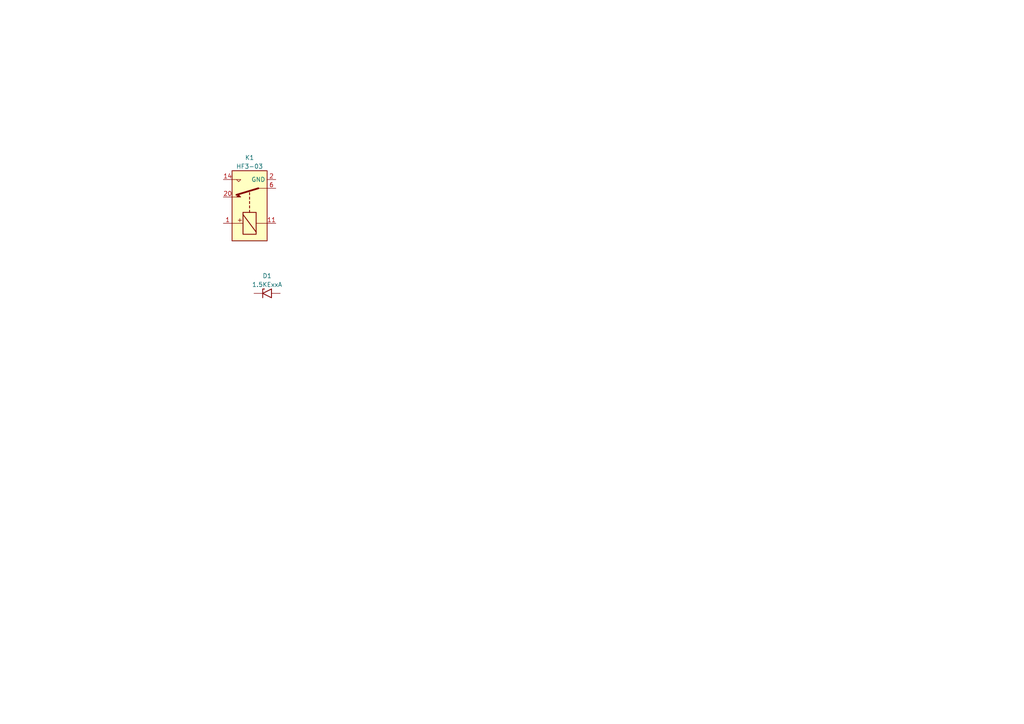
<source format=kicad_sch>
(kicad_sch (version 20230121) (generator eeschema)
  (paper "A4")
  (lib_symbols
    (symbol "Diode:1.5KExxA" (pin_numbers hide) (pin_names (offset 1.016) hide)
      (property "Reference" "D" (at 0 2.54 0))
      (property "Value" "1.5KExxA" (at 0 -2.54 0))
      (symbol "1.5KExxA_0_1"
        (polyline (pts (xy -0.762 1.27) (xy -1.27 1.27) (xy -1.27 -1.27)) (stroke (width 0.254)))
        (polyline (pts (xy 1.27 1.27) (xy 1.27 -1.27) (xy -1.27 0) (xy 1.27 1.27)) (stroke (width 0.254)))
      )
      (symbol "1.5KExxA_1_1"
        (pin passive line (at -3.81 0 0) (length 2.54) (name "A1") (number "1"))
        (pin passive line (at 3.81 0 180) (length 2.54) (name "A2") (number "2"))
      )
    )
    (symbol "Relay:HF3-03"
      (property "Reference" "K" (at 11.43 3.81 0))
      (property "Value" "HF3-03" (at 11.43 1.27 0))
      (symbol "HF3-03_0_0"
        (polyline (pts (xy 7.62 5.08) (xy 7.62 2.54) (xy 6.985 3.175) (xy 7.62 3.81)))
        (text "+" (at -4.191 2.921 0) (effects (font (size 1.27 1.27))))
      )
      (symbol "HF3-03_0_1"
        (rectangle (start -10.16 5.08) (end 10.16 -5.08) (stroke (width 0.254)) (fill (type background)))
        (rectangle (start -8.255 1.905) (end -1.905 -1.905) (stroke (width 0.254)))
        (polyline (pts (xy -7.62 -1.905) (xy -2.54 1.905)) (stroke (width 0.254)))
        (polyline (pts (xy -5.08 -5.08) (xy -5.08 -1.905)))
        (polyline (pts (xy -5.08 5.08) (xy -5.08 1.905)))
        (polyline (pts (xy -1.905 0) (xy -1.27 0)) (stroke (width 0.254)))
        (polyline (pts (xy -0.635 0) (xy 0 0)) (stroke (width 0.254)))
        (polyline (pts (xy 0.635 0) (xy 1.27 0)) (stroke (width 0.254)))
        (polyline (pts (xy 1.905 0) (xy 2.54 0)) (stroke (width 0.254)))
        (polyline (pts (xy 3.175 0) (xy 3.81 0)) (stroke (width 0.254)))
        (polyline (pts (xy 5.08 -2.54) (xy 3.175 3.81)) (stroke (width 0.508)))
        (polyline (pts (xy 5.08 -2.54) (xy 5.08 -5.08)))
        (polyline (pts (xy 2.54 5.08) (xy 2.54 2.54) (xy 3.175 3.175) (xy 2.54 3.81)) (fill (type outline)))
      )
      (symbol "HF3-03_1_1"
        (pin passive line (at -5.08 7.62 270) (length 2.54) (name "~") (number "1"))
        (pin passive line (at 7.62 -7.62 90) (length 2.54) hide (name "GND") (number "10"))
        (pin passive line (at -5.08 -7.62 90) (length 2.54) (name "~") (number "11"))
        (pin passive line (at 7.62 -7.62 90) (length 2.54) hide (name "GND") (number "12"))
        (pin passive line (at 7.62 -7.62 90) (length 2.54) hide (name "GND") (number "13"))
        (pin passive line (at 7.62 7.62 270) (length 2.54) (name "~") (number "14"))
        (pin passive line (at 7.62 -7.62 90) (length 2.54) hide (name "GND") (number "15"))
        (pin passive line (at 7.62 -7.62 90) (length 2.54) hide (name "GND") (number "17"))
        (pin passive line (at 7.62 -7.62 90) (length 2.54) hide (name "GND") (number "19"))
        (pin power_in line (at 7.62 -7.62 90) (length 2.54) (name "GND") (number "2"))
        (pin passive line (at 2.54 7.62 270) (length 2.54) (name "~") (number "20"))
        (pin passive line (at 7.62 -7.62 90) (length 2.54) hide (name "GND") (number "21"))
        (pin passive line (at 7.62 -7.62 90) (length 2.54) hide (name "GND") (number "22"))
        (pin passive line (at 7.62 -7.62 90) (length 2.54) hide (name "GND") (number "5"))
        (pin passive line (at 5.08 -7.62 90) (length 2.54) (name "~") (number "6"))
        (pin passive line (at 7.62 -7.62 90) (length 2.54) hide (name "GND") (number "7"))
      )
    )
  )
  (symbol (lib_id "Diode:1.5KExxA") (at 77.47 85.09 0) (unit 1)
    (property "Reference" "D1" (at 77.47 80.01 0))
    (property "Value" "1.5KExxA" (at 77.47 82.55 0))
    (property "Footprint" "Diode_THT:D_DO-201AE_P15.24mm_Horizontal" (effects hide))
    (property "Datasheet" "https://www.vishay.com/docs/88301/15ke.pdf" (effects hide))
  )
  (symbol (lib_id "Relay:HF3-03") (at 72.39 59.69 90) (unit 1)
    (property "Reference" "K1" (at 72.39 45.72 90))
    (property "Value" "HF3-03" (at 72.39 48.26 90))
    (property "Footprint" "Relay_SMD:Relay_SPDT_AXICOM_HF3Series_75ohms_Pitch1.27mm" (effects hide))
    (property "Datasheet" "http://hiqsdr.com/images/3/3e/Axicom-HF3.pdf" (effects hide))
  )
)
</source>
